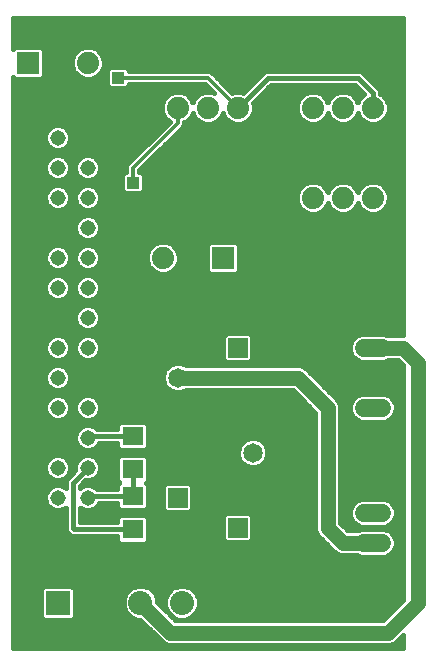
<source format=gbl>
G75*
%MOIN*%
%OFA0B0*%
%FSLAX24Y24*%
%IPPOS*%
%LPD*%
%AMOC8*
5,1,8,0,0,1.08239X$1,22.5*
%
%ADD10C,0.0650*%
%ADD11R,0.0650X0.0650*%
%ADD12C,0.0600*%
%ADD13R,0.0800X0.0800*%
%ADD14C,0.0800*%
%ADD15R,0.0740X0.0740*%
%ADD16C,0.0740*%
%ADD17C,0.0515*%
%ADD18R,0.0709X0.0630*%
%ADD19C,0.0160*%
%ADD20R,0.0396X0.0396*%
%ADD21C,0.0120*%
%ADD22C,0.0500*%
D10*
X006200Y006600D03*
X006200Y009600D03*
X008700Y007100D03*
X009200Y004600D03*
X009200Y010600D03*
D11*
X008200Y010600D03*
X008700Y008100D03*
X008200Y004600D03*
X006200Y005600D03*
X006200Y008600D03*
D12*
X012400Y008600D02*
X013000Y008600D01*
X013000Y009600D02*
X012400Y009600D01*
X012400Y010600D02*
X013000Y010600D01*
X013000Y006100D02*
X012400Y006100D01*
X012400Y005100D02*
X013000Y005100D01*
X013000Y004100D02*
X012400Y004100D01*
D13*
X002200Y002100D03*
D14*
X003578Y002100D03*
X004956Y002100D03*
X006334Y002100D03*
D15*
X007700Y013600D03*
X009700Y015600D03*
X009700Y018600D03*
X005200Y018600D03*
X001200Y020100D03*
D16*
X002200Y020100D03*
X003200Y020100D03*
X006200Y018600D03*
X007200Y018600D03*
X008200Y018600D03*
X010700Y018600D03*
X011700Y018600D03*
X012700Y018600D03*
X012700Y015600D03*
X011700Y015600D03*
X010700Y015600D03*
X006700Y013600D03*
X005700Y013600D03*
D17*
X003200Y013600D03*
X003200Y014600D03*
X003200Y015600D03*
X003200Y016600D03*
X003200Y017600D03*
X002200Y017600D03*
X002200Y016600D03*
X002200Y015600D03*
X002200Y014600D03*
X002200Y013600D03*
X002200Y012600D03*
X002200Y011600D03*
X002200Y010600D03*
X002200Y009600D03*
X002200Y008600D03*
X002200Y007600D03*
X002200Y006600D03*
X002200Y005600D03*
X003200Y005600D03*
X003200Y006600D03*
X003200Y007600D03*
X003200Y008600D03*
X003200Y009600D03*
X003200Y010600D03*
X003200Y011600D03*
X003200Y012600D03*
D18*
X004700Y007651D03*
X004700Y006549D03*
X004700Y005651D03*
X004700Y004549D03*
D19*
X000700Y000600D02*
X000700Y019634D01*
X000764Y019570D01*
X001636Y019570D01*
X001730Y019664D01*
X001730Y020536D01*
X001636Y020630D01*
X000764Y020630D01*
X000700Y020566D01*
X000700Y021600D01*
X013700Y021600D01*
X013700Y011010D01*
X013212Y011010D01*
X013091Y011060D01*
X012308Y011060D01*
X012139Y010990D01*
X012010Y010861D01*
X011940Y010691D01*
X011940Y010508D01*
X012010Y010339D01*
X012139Y010210D01*
X012308Y010140D01*
X013091Y010140D01*
X013212Y010190D01*
X013530Y010190D01*
X013700Y010020D01*
X013700Y002180D01*
X013030Y001510D01*
X006126Y001510D01*
X005516Y002120D01*
X005516Y002211D01*
X005431Y002417D01*
X005273Y002575D01*
X005067Y002660D01*
X004845Y002660D01*
X004639Y002575D01*
X004481Y002417D01*
X004396Y002211D01*
X004396Y001989D01*
X004481Y001783D01*
X004639Y001625D01*
X004845Y001540D01*
X004936Y001540D01*
X005724Y000752D01*
X005874Y000690D01*
X013282Y000690D01*
X013432Y000752D01*
X013548Y000868D01*
X013700Y001020D01*
X013700Y000600D01*
X000700Y000600D01*
X000700Y000734D02*
X005768Y000734D01*
X005584Y000893D02*
X000700Y000893D01*
X000700Y001051D02*
X005425Y001051D01*
X005267Y001210D02*
X000700Y001210D01*
X000700Y001368D02*
X005108Y001368D01*
X004950Y001527D02*
X000700Y001527D01*
X000700Y001685D02*
X001640Y001685D01*
X001640Y001634D02*
X001734Y001540D01*
X002666Y001540D01*
X002760Y001634D01*
X002760Y002566D01*
X002666Y002660D01*
X001734Y002660D01*
X001640Y002566D01*
X001640Y001634D01*
X001640Y001844D02*
X000700Y001844D01*
X000700Y002002D02*
X001640Y002002D01*
X001640Y002161D02*
X000700Y002161D01*
X000700Y002319D02*
X001640Y002319D01*
X001640Y002478D02*
X000700Y002478D01*
X000700Y002636D02*
X001710Y002636D01*
X002690Y002636D02*
X004787Y002636D01*
X004541Y002478D02*
X002760Y002478D01*
X002760Y002319D02*
X004440Y002319D01*
X004396Y002161D02*
X002760Y002161D01*
X002760Y002002D02*
X004396Y002002D01*
X004456Y001844D02*
X002760Y001844D01*
X002760Y001685D02*
X004579Y001685D01*
X005125Y002636D02*
X006165Y002636D01*
X006222Y002660D02*
X006017Y002575D01*
X005859Y002417D01*
X005774Y002211D01*
X005774Y001989D01*
X005859Y001783D01*
X006017Y001625D01*
X006222Y001540D01*
X006445Y001540D01*
X006651Y001625D01*
X006809Y001783D01*
X006894Y001989D01*
X006894Y002211D01*
X006809Y002417D01*
X006651Y002575D01*
X006445Y002660D01*
X006222Y002660D01*
X006503Y002636D02*
X013700Y002636D01*
X013700Y002478D02*
X006748Y002478D01*
X006849Y002319D02*
X013700Y002319D01*
X013681Y002161D02*
X006894Y002161D01*
X006894Y002002D02*
X013522Y002002D01*
X013364Y001844D02*
X006834Y001844D01*
X006711Y001685D02*
X013205Y001685D01*
X013047Y001527D02*
X006109Y001527D01*
X005957Y001685D02*
X005951Y001685D01*
X005834Y001844D02*
X005792Y001844D01*
X005774Y002002D02*
X005634Y002002D01*
X005516Y002161D02*
X005774Y002161D01*
X005818Y002319D02*
X005471Y002319D01*
X005370Y002478D02*
X005919Y002478D01*
X005121Y004074D02*
X005214Y004168D01*
X005214Y004930D01*
X005121Y005024D01*
X004279Y005024D01*
X004186Y004930D01*
X004186Y004789D01*
X002940Y004789D01*
X002940Y005270D01*
X002964Y005246D01*
X003117Y005183D01*
X003283Y005183D01*
X003436Y005246D01*
X003554Y005364D01*
X003574Y005411D01*
X004186Y005411D01*
X004186Y005270D01*
X004279Y005176D01*
X005121Y005176D01*
X005214Y005270D01*
X005214Y006032D01*
X005147Y006100D01*
X005214Y006168D01*
X005214Y006930D01*
X005121Y007024D01*
X004279Y007024D01*
X004186Y006930D01*
X004186Y006168D01*
X004253Y006100D01*
X004186Y006032D01*
X004186Y005891D01*
X003499Y005891D01*
X003436Y005954D01*
X003283Y006017D01*
X003117Y006017D01*
X002964Y005954D01*
X002940Y005930D01*
X002940Y006001D01*
X003122Y006183D01*
X003283Y006183D01*
X003436Y006246D01*
X003554Y006364D01*
X003617Y006517D01*
X003617Y006683D01*
X003554Y006836D01*
X003436Y006954D01*
X003283Y007017D01*
X003117Y007017D01*
X002964Y006954D01*
X002846Y006836D01*
X002783Y006683D01*
X002783Y006522D01*
X002497Y006236D01*
X002460Y006148D01*
X002460Y005930D01*
X002436Y005954D01*
X002283Y006017D01*
X002117Y006017D01*
X001964Y005954D01*
X001846Y005836D01*
X001783Y005683D01*
X001783Y005517D01*
X001846Y005364D01*
X001964Y005246D01*
X002117Y005183D01*
X002283Y005183D01*
X002436Y005246D01*
X002460Y005270D01*
X002460Y004552D01*
X002497Y004464D01*
X002564Y004397D01*
X002615Y004345D01*
X002703Y004309D01*
X004186Y004309D01*
X004186Y004168D01*
X004279Y004074D01*
X005121Y004074D01*
X005214Y004221D02*
X007715Y004221D01*
X007715Y004209D02*
X007809Y004115D01*
X008591Y004115D01*
X008685Y004209D01*
X008685Y004991D01*
X008591Y005085D01*
X007809Y005085D01*
X007715Y004991D01*
X007715Y004209D01*
X007715Y004380D02*
X005214Y004380D01*
X005214Y004538D02*
X007715Y004538D01*
X007715Y004697D02*
X005214Y004697D01*
X005214Y004855D02*
X007715Y004855D01*
X007737Y005014D02*
X005131Y005014D01*
X005214Y005331D02*
X005715Y005331D01*
X005715Y005209D02*
X005809Y005115D01*
X006591Y005115D01*
X006685Y005209D01*
X006685Y005991D01*
X006591Y006085D01*
X005809Y006085D01*
X005715Y005991D01*
X005715Y005209D01*
X005752Y005172D02*
X002940Y005172D01*
X002940Y005014D02*
X004269Y005014D01*
X004186Y004855D02*
X002940Y004855D01*
X002700Y004600D02*
X002751Y004549D01*
X004700Y004549D01*
X004186Y004221D02*
X000700Y004221D01*
X000700Y004063D02*
X011158Y004063D01*
X010999Y004221D02*
X008685Y004221D01*
X008685Y004380D02*
X010848Y004380D01*
X010852Y004368D02*
X011352Y003868D01*
X011468Y003752D01*
X011618Y003690D01*
X012188Y003690D01*
X012308Y003640D01*
X013091Y003640D01*
X013261Y003710D01*
X013390Y003839D01*
X013460Y004008D01*
X013460Y004191D01*
X013390Y004361D01*
X013261Y004490D01*
X013091Y004560D01*
X012308Y004560D01*
X012188Y004510D01*
X011870Y004510D01*
X011610Y004770D01*
X011610Y008682D01*
X011548Y008832D01*
X011432Y008948D01*
X010432Y009948D01*
X010282Y010010D01*
X006476Y010010D01*
X006475Y010011D01*
X006296Y010085D01*
X006104Y010085D01*
X005925Y010011D01*
X005789Y009875D01*
X005715Y009696D01*
X005715Y009504D01*
X005789Y009325D01*
X005925Y009189D01*
X006104Y009115D01*
X006296Y009115D01*
X006475Y009189D01*
X006476Y009190D01*
X010030Y009190D01*
X010790Y008430D01*
X010790Y004518D01*
X010852Y004368D01*
X010790Y004538D02*
X008685Y004538D01*
X008685Y004697D02*
X010790Y004697D01*
X010790Y004855D02*
X008685Y004855D01*
X008663Y005014D02*
X010790Y005014D01*
X010790Y005172D02*
X006648Y005172D01*
X006685Y005331D02*
X010790Y005331D01*
X010790Y005489D02*
X006685Y005489D01*
X006685Y005648D02*
X010790Y005648D01*
X010790Y005806D02*
X006685Y005806D01*
X006685Y005965D02*
X010790Y005965D01*
X010790Y006123D02*
X005170Y006123D01*
X005214Y005965D02*
X005715Y005965D01*
X005715Y005806D02*
X005214Y005806D01*
X005214Y005648D02*
X005715Y005648D01*
X005715Y005489D02*
X005214Y005489D01*
X004700Y005651D02*
X003200Y005651D01*
X003200Y005600D01*
X003411Y005965D02*
X004186Y005965D01*
X004230Y006123D02*
X003062Y006123D01*
X002989Y005965D02*
X002940Y005965D01*
X002700Y006100D02*
X003200Y006600D01*
X003472Y006282D02*
X004186Y006282D01*
X004186Y006440D02*
X003586Y006440D01*
X003617Y006599D02*
X004186Y006599D01*
X004186Y006757D02*
X003587Y006757D01*
X003475Y006916D02*
X004186Y006916D01*
X004279Y007176D02*
X004186Y007270D01*
X004186Y007411D01*
X003574Y007411D01*
X003554Y007364D01*
X003436Y007246D01*
X003283Y007183D01*
X003117Y007183D01*
X002964Y007246D01*
X002846Y007364D01*
X002783Y007517D01*
X002783Y007683D01*
X002846Y007836D01*
X002964Y007954D01*
X003117Y008017D01*
X003283Y008017D01*
X003436Y007954D01*
X003499Y007891D01*
X004186Y007891D01*
X004186Y008032D01*
X004279Y008126D01*
X005121Y008126D01*
X005214Y008032D01*
X005214Y007270D01*
X005121Y007176D01*
X004279Y007176D01*
X004223Y007233D02*
X003404Y007233D01*
X003565Y007391D02*
X004186Y007391D01*
X004700Y007651D02*
X003200Y007651D01*
X003200Y007600D01*
X002996Y007233D02*
X000700Y007233D01*
X000700Y007391D02*
X002835Y007391D01*
X002783Y007550D02*
X000700Y007550D01*
X000700Y007708D02*
X002793Y007708D01*
X002876Y007867D02*
X000700Y007867D01*
X000700Y008025D02*
X004186Y008025D01*
X003554Y008364D02*
X003617Y008517D01*
X003617Y008683D01*
X003554Y008836D01*
X003436Y008954D01*
X003283Y009017D01*
X003117Y009017D01*
X002964Y008954D01*
X002846Y008836D01*
X002783Y008683D01*
X002783Y008517D01*
X002846Y008364D01*
X002964Y008246D01*
X003117Y008183D01*
X003283Y008183D01*
X003436Y008246D01*
X003554Y008364D01*
X003532Y008342D02*
X010790Y008342D01*
X010790Y008184D02*
X003285Y008184D01*
X003115Y008184D02*
X002285Y008184D01*
X002283Y008183D02*
X002436Y008246D01*
X002554Y008364D01*
X002617Y008517D01*
X002617Y008683D01*
X002554Y008836D01*
X002436Y008954D01*
X002283Y009017D01*
X002117Y009017D01*
X001964Y008954D01*
X001846Y008836D01*
X001783Y008683D01*
X001783Y008517D01*
X001846Y008364D01*
X001964Y008246D01*
X002117Y008183D01*
X002283Y008183D01*
X002532Y008342D02*
X002868Y008342D01*
X002789Y008501D02*
X002611Y008501D01*
X002617Y008659D02*
X002783Y008659D01*
X002838Y008818D02*
X002562Y008818D01*
X002383Y008976D02*
X003017Y008976D01*
X002554Y009364D02*
X002617Y009517D01*
X002617Y009683D01*
X002554Y009836D01*
X002436Y009954D01*
X002283Y010017D01*
X002117Y010017D01*
X001964Y009954D01*
X001846Y009836D01*
X001783Y009683D01*
X001783Y009517D01*
X001846Y009364D01*
X001964Y009246D01*
X002117Y009183D01*
X002283Y009183D01*
X002436Y009246D01*
X002554Y009364D01*
X002590Y009452D02*
X005737Y009452D01*
X005715Y009610D02*
X002617Y009610D01*
X002582Y009769D02*
X005745Y009769D01*
X005841Y009927D02*
X002463Y009927D01*
X002283Y010183D02*
X002436Y010246D01*
X002554Y010364D01*
X002617Y010517D01*
X002617Y010683D01*
X002554Y010836D01*
X002436Y010954D01*
X002283Y011017D01*
X002117Y011017D01*
X001964Y010954D01*
X001846Y010836D01*
X001783Y010683D01*
X001783Y010517D01*
X001846Y010364D01*
X001964Y010246D01*
X002117Y010183D01*
X002283Y010183D01*
X002432Y010244D02*
X002968Y010244D01*
X002964Y010246D02*
X003117Y010183D01*
X003283Y010183D01*
X003436Y010246D01*
X003554Y010364D01*
X003617Y010517D01*
X003617Y010683D01*
X003554Y010836D01*
X003436Y010954D01*
X003283Y011017D01*
X003117Y011017D01*
X002964Y010954D01*
X002846Y010836D01*
X002783Y010683D01*
X002783Y010517D01*
X002846Y010364D01*
X002964Y010246D01*
X002830Y010403D02*
X002570Y010403D01*
X002617Y010561D02*
X002783Y010561D01*
X002798Y010720D02*
X002602Y010720D01*
X002512Y010878D02*
X002888Y010878D01*
X003087Y011195D02*
X000700Y011195D01*
X000700Y011037D02*
X007760Y011037D01*
X007715Y010991D02*
X007809Y011085D01*
X008591Y011085D01*
X008685Y010991D01*
X008685Y010209D01*
X008591Y010115D01*
X007809Y010115D01*
X007715Y010209D01*
X007715Y010991D01*
X007715Y010878D02*
X003512Y010878D01*
X003602Y010720D02*
X007715Y010720D01*
X007715Y010561D02*
X003617Y010561D01*
X003570Y010403D02*
X007715Y010403D01*
X007715Y010244D02*
X003432Y010244D01*
X003283Y011183D02*
X003117Y011183D01*
X002964Y011246D01*
X002846Y011364D01*
X002783Y011517D01*
X002783Y011683D01*
X002846Y011836D01*
X002964Y011954D01*
X003117Y012017D01*
X003283Y012017D01*
X003436Y011954D01*
X003554Y011836D01*
X003617Y011683D01*
X003617Y011517D01*
X003554Y011364D01*
X003436Y011246D01*
X003283Y011183D01*
X003313Y011195D02*
X013700Y011195D01*
X013700Y011037D02*
X013148Y011037D01*
X013700Y011354D02*
X003544Y011354D01*
X003615Y011512D02*
X013700Y011512D01*
X013700Y011671D02*
X003617Y011671D01*
X003557Y011829D02*
X013700Y011829D01*
X013700Y011988D02*
X003355Y011988D01*
X003283Y012183D02*
X003436Y012246D01*
X003554Y012364D01*
X003617Y012517D01*
X003617Y012683D01*
X003554Y012836D01*
X003436Y012954D01*
X003283Y013017D01*
X003117Y013017D01*
X002964Y012954D01*
X002846Y012836D01*
X002783Y012683D01*
X002783Y012517D01*
X002846Y012364D01*
X002964Y012246D01*
X003117Y012183D01*
X003283Y012183D01*
X003045Y011988D02*
X000700Y011988D01*
X000700Y012146D02*
X013700Y012146D01*
X013700Y012305D02*
X003495Y012305D01*
X003595Y012463D02*
X013700Y012463D01*
X013700Y012622D02*
X003617Y012622D01*
X003577Y012780D02*
X013700Y012780D01*
X013700Y012939D02*
X003452Y012939D01*
X003283Y013183D02*
X003436Y013246D01*
X003554Y013364D01*
X003617Y013517D01*
X003617Y013683D01*
X003554Y013836D01*
X003436Y013954D01*
X003283Y014017D01*
X003117Y014017D01*
X002964Y013954D01*
X002846Y013836D01*
X002783Y013683D01*
X002783Y013517D01*
X002846Y013364D01*
X002964Y013246D01*
X003117Y013183D01*
X003283Y013183D01*
X003446Y013256D02*
X005295Y013256D01*
X005251Y013300D02*
X005400Y013151D01*
X005595Y013070D01*
X005805Y013070D01*
X006000Y013151D01*
X006149Y013300D01*
X006230Y013495D01*
X006230Y013705D01*
X006149Y013900D01*
X006000Y014049D01*
X005805Y014130D01*
X005595Y014130D01*
X005400Y014049D01*
X005251Y013900D01*
X005170Y013705D01*
X005170Y013495D01*
X005251Y013300D01*
X005203Y013414D02*
X003575Y013414D01*
X003617Y013573D02*
X005170Y013573D01*
X005181Y013731D02*
X003598Y013731D01*
X003501Y013890D02*
X005246Y013890D01*
X005398Y014048D02*
X000700Y014048D01*
X000700Y013890D02*
X001899Y013890D01*
X001846Y013836D02*
X001783Y013683D01*
X001783Y013517D01*
X001846Y013364D01*
X001964Y013246D01*
X002117Y013183D01*
X002283Y013183D01*
X002436Y013246D01*
X002554Y013364D01*
X002617Y013517D01*
X002617Y013683D01*
X002554Y013836D01*
X002436Y013954D01*
X002283Y014017D01*
X002117Y014017D01*
X001964Y013954D01*
X001846Y013836D01*
X001802Y013731D02*
X000700Y013731D01*
X000700Y013573D02*
X001783Y013573D01*
X001825Y013414D02*
X000700Y013414D01*
X000700Y013256D02*
X001954Y013256D01*
X002117Y013017D02*
X001964Y012954D01*
X001846Y012836D01*
X001783Y012683D01*
X001783Y012517D01*
X001846Y012364D01*
X001964Y012246D01*
X002117Y012183D01*
X002283Y012183D01*
X002436Y012246D01*
X002554Y012364D01*
X002617Y012517D01*
X002617Y012683D01*
X002554Y012836D01*
X002436Y012954D01*
X002283Y013017D01*
X002117Y013017D01*
X001948Y012939D02*
X000700Y012939D01*
X000700Y013097D02*
X005529Y013097D01*
X005871Y013097D02*
X007237Y013097D01*
X007264Y013070D02*
X007170Y013164D01*
X007170Y014036D01*
X007264Y014130D01*
X008136Y014130D01*
X008230Y014036D01*
X008230Y013164D01*
X008136Y013070D01*
X007264Y013070D01*
X007170Y013256D02*
X006105Y013256D01*
X006197Y013414D02*
X007170Y013414D01*
X007170Y013573D02*
X006230Y013573D01*
X006219Y013731D02*
X007170Y013731D01*
X007170Y013890D02*
X006154Y013890D01*
X006002Y014048D02*
X007182Y014048D01*
X008163Y013097D02*
X013700Y013097D01*
X013700Y013256D02*
X008230Y013256D01*
X008230Y013414D02*
X013700Y013414D01*
X013700Y013573D02*
X008230Y013573D01*
X008230Y013731D02*
X013700Y013731D01*
X013700Y013890D02*
X008230Y013890D01*
X008218Y014048D02*
X013700Y014048D01*
X013700Y014207D02*
X003341Y014207D01*
X003283Y014183D02*
X003436Y014246D01*
X003554Y014364D01*
X003617Y014517D01*
X003617Y014683D01*
X003554Y014836D01*
X003436Y014954D01*
X003283Y015017D01*
X003117Y015017D01*
X002964Y014954D01*
X002846Y014836D01*
X002783Y014683D01*
X002783Y014517D01*
X002846Y014364D01*
X002964Y014246D01*
X003117Y014183D01*
X003283Y014183D01*
X003059Y014207D02*
X000700Y014207D01*
X000700Y014365D02*
X002845Y014365D01*
X002783Y014524D02*
X000700Y014524D01*
X000700Y014682D02*
X002783Y014682D01*
X002850Y014841D02*
X000700Y014841D01*
X000700Y014999D02*
X003072Y014999D01*
X003117Y015183D02*
X002964Y015246D01*
X002846Y015364D01*
X002783Y015517D01*
X002783Y015683D01*
X002846Y015836D01*
X002964Y015954D01*
X003117Y016017D01*
X003283Y016017D01*
X003436Y015954D01*
X003554Y015836D01*
X003617Y015683D01*
X003617Y015517D01*
X003554Y015364D01*
X003436Y015246D01*
X003283Y015183D01*
X003117Y015183D01*
X002894Y015316D02*
X002506Y015316D01*
X002554Y015364D02*
X002617Y015517D01*
X002617Y015683D01*
X002554Y015836D01*
X002436Y015954D01*
X002283Y016017D01*
X002117Y016017D01*
X001964Y015954D01*
X001846Y015836D01*
X001783Y015683D01*
X001783Y015517D01*
X001846Y015364D01*
X001964Y015246D01*
X002117Y015183D01*
X002283Y015183D01*
X002436Y015246D01*
X002554Y015364D01*
X002600Y015475D02*
X002800Y015475D01*
X002783Y015633D02*
X002617Y015633D01*
X002573Y015792D02*
X002827Y015792D01*
X002960Y015950D02*
X002440Y015950D01*
X002283Y016183D02*
X002436Y016246D01*
X002554Y016364D01*
X002617Y016517D01*
X002617Y016683D01*
X002554Y016836D01*
X002436Y016954D01*
X002283Y017017D01*
X002117Y017017D01*
X001964Y016954D01*
X001846Y016836D01*
X001783Y016683D01*
X001783Y016517D01*
X001846Y016364D01*
X001964Y016246D01*
X002117Y016183D01*
X002283Y016183D01*
X002457Y016267D02*
X002943Y016267D01*
X002964Y016246D02*
X003117Y016183D01*
X003283Y016183D01*
X003436Y016246D01*
X003554Y016364D01*
X003617Y016517D01*
X003617Y016683D01*
X003554Y016836D01*
X003436Y016954D01*
X003283Y017017D01*
X003117Y017017D01*
X002964Y016954D01*
X002846Y016836D01*
X002783Y016683D01*
X002783Y016517D01*
X002846Y016364D01*
X002964Y016246D01*
X002820Y016426D02*
X002580Y016426D01*
X002617Y016584D02*
X002783Y016584D01*
X002807Y016743D02*
X002593Y016743D01*
X002489Y016901D02*
X002911Y016901D01*
X002554Y017364D02*
X002617Y017517D01*
X002617Y017683D01*
X002554Y017836D01*
X002436Y017954D01*
X002283Y018017D01*
X002117Y018017D01*
X001964Y017954D01*
X001846Y017836D01*
X001783Y017683D01*
X001783Y017517D01*
X001846Y017364D01*
X001964Y017246D01*
X002117Y017183D01*
X002283Y017183D01*
X002436Y017246D01*
X002554Y017364D01*
X002559Y017377D02*
X005165Y017377D01*
X005324Y017535D02*
X002617Y017535D01*
X002613Y017694D02*
X005482Y017694D01*
X005641Y017852D02*
X002538Y017852D01*
X002300Y018011D02*
X005799Y018011D01*
X005900Y018151D02*
X005928Y018139D01*
X004480Y016691D01*
X004480Y016458D01*
X004436Y016458D01*
X004342Y016364D01*
X004342Y015836D01*
X004436Y015742D01*
X004964Y015742D01*
X005058Y015836D01*
X005058Y016364D01*
X004964Y016458D01*
X004920Y016458D01*
X004920Y016509D01*
X006291Y017880D01*
X006420Y018009D01*
X006420Y018117D01*
X006500Y018151D01*
X006649Y018300D01*
X006700Y018422D01*
X006751Y018300D01*
X006900Y018151D01*
X007095Y018070D01*
X007305Y018070D01*
X007500Y018151D01*
X007649Y018300D01*
X007700Y018422D01*
X007751Y018300D01*
X007900Y018151D01*
X008095Y018070D01*
X008305Y018070D01*
X008500Y018151D01*
X008649Y018300D01*
X008730Y018495D01*
X008730Y018705D01*
X008705Y018766D01*
X009299Y019360D01*
X012101Y019360D01*
X012408Y019053D01*
X012400Y019049D01*
X012251Y018900D01*
X012200Y018778D01*
X012149Y018900D01*
X012000Y019049D01*
X011805Y019130D01*
X011595Y019130D01*
X011400Y019049D01*
X011251Y018900D01*
X011200Y018778D01*
X011149Y018900D01*
X011000Y019049D01*
X010805Y019130D01*
X010595Y019130D01*
X010400Y019049D01*
X010251Y018900D01*
X010170Y018705D01*
X010170Y018495D01*
X010251Y018300D01*
X010400Y018151D01*
X010595Y018070D01*
X010805Y018070D01*
X011000Y018151D01*
X011149Y018300D01*
X011200Y018422D01*
X011251Y018300D01*
X011400Y018151D01*
X011595Y018070D01*
X011805Y018070D01*
X012000Y018151D01*
X012149Y018300D01*
X012200Y018422D01*
X012251Y018300D01*
X012400Y018151D01*
X012595Y018070D01*
X012805Y018070D01*
X013000Y018151D01*
X013149Y018300D01*
X013230Y018495D01*
X013230Y018705D01*
X013149Y018900D01*
X013000Y019049D01*
X012940Y019074D01*
X012940Y019148D01*
X012903Y019236D01*
X012403Y019736D01*
X012336Y019803D01*
X012248Y019840D01*
X009152Y019840D01*
X009064Y019803D01*
X008366Y019105D01*
X008305Y019130D01*
X008095Y019130D01*
X008014Y019097D01*
X007291Y019820D01*
X004558Y019820D01*
X004558Y019864D01*
X004464Y019958D01*
X003936Y019958D01*
X003842Y019864D01*
X003842Y019336D01*
X003936Y019242D01*
X004464Y019242D01*
X004558Y019336D01*
X004558Y019380D01*
X007109Y019380D01*
X007397Y019092D01*
X007305Y019130D01*
X007095Y019130D01*
X006900Y019049D01*
X006751Y018900D01*
X006700Y018778D01*
X006649Y018900D01*
X006500Y019049D01*
X006305Y019130D01*
X006095Y019130D01*
X005900Y019049D01*
X005751Y018900D01*
X005670Y018705D01*
X005670Y018495D01*
X005751Y018300D01*
X005900Y018151D01*
X005881Y018169D02*
X000700Y018169D01*
X000700Y018011D02*
X002100Y018011D01*
X001862Y017852D02*
X000700Y017852D01*
X000700Y017694D02*
X001787Y017694D01*
X001783Y017535D02*
X000700Y017535D01*
X000700Y017377D02*
X001841Y017377D01*
X002031Y017218D02*
X000700Y017218D01*
X000700Y017060D02*
X004848Y017060D01*
X004690Y016901D02*
X003489Y016901D01*
X003593Y016743D02*
X004531Y016743D01*
X004480Y016584D02*
X003617Y016584D01*
X003580Y016426D02*
X004403Y016426D01*
X004342Y016267D02*
X003457Y016267D01*
X003440Y015950D02*
X004342Y015950D01*
X004342Y016109D02*
X000700Y016109D01*
X000700Y016267D02*
X001943Y016267D01*
X001820Y016426D02*
X000700Y016426D01*
X000700Y016584D02*
X001783Y016584D01*
X001807Y016743D02*
X000700Y016743D01*
X000700Y016901D02*
X001911Y016901D01*
X002369Y017218D02*
X005007Y017218D01*
X005312Y016901D02*
X013700Y016901D01*
X013700Y016743D02*
X005154Y016743D01*
X004995Y016584D02*
X013700Y016584D01*
X013700Y016426D02*
X004997Y016426D01*
X005058Y016267D02*
X013700Y016267D01*
X013700Y016109D02*
X012857Y016109D01*
X012805Y016130D02*
X012595Y016130D01*
X012400Y016049D01*
X012251Y015900D01*
X012200Y015778D01*
X012149Y015900D01*
X012000Y016049D01*
X011805Y016130D01*
X011595Y016130D01*
X011400Y016049D01*
X011251Y015900D01*
X011200Y015778D01*
X011149Y015900D01*
X011000Y016049D01*
X010805Y016130D01*
X010595Y016130D01*
X010400Y016049D01*
X010251Y015900D01*
X010170Y015705D01*
X010170Y015495D01*
X010251Y015300D01*
X010400Y015151D01*
X010595Y015070D01*
X010805Y015070D01*
X011000Y015151D01*
X011149Y015300D01*
X011200Y015422D01*
X011251Y015300D01*
X011400Y015151D01*
X011595Y015070D01*
X011805Y015070D01*
X012000Y015151D01*
X012149Y015300D01*
X012200Y015422D01*
X012251Y015300D01*
X012400Y015151D01*
X012595Y015070D01*
X012805Y015070D01*
X013000Y015151D01*
X013149Y015300D01*
X013230Y015495D01*
X013230Y015705D01*
X013149Y015900D01*
X013000Y016049D01*
X012805Y016130D01*
X012543Y016109D02*
X011857Y016109D01*
X012100Y015950D02*
X012300Y015950D01*
X012206Y015792D02*
X012194Y015792D01*
X012156Y015316D02*
X012244Y015316D01*
X012393Y015158D02*
X012007Y015158D01*
X011393Y015158D02*
X011007Y015158D01*
X011156Y015316D02*
X011244Y015316D01*
X011206Y015792D02*
X011194Y015792D01*
X011100Y015950D02*
X011300Y015950D01*
X011543Y016109D02*
X010857Y016109D01*
X010543Y016109D02*
X005058Y016109D01*
X005058Y015950D02*
X010300Y015950D01*
X010206Y015792D02*
X005014Y015792D01*
X004386Y015792D02*
X003573Y015792D01*
X003617Y015633D02*
X010170Y015633D01*
X010178Y015475D02*
X003600Y015475D01*
X003506Y015316D02*
X010244Y015316D01*
X010393Y015158D02*
X000700Y015158D01*
X000700Y015316D02*
X001894Y015316D01*
X001800Y015475D02*
X000700Y015475D01*
X000700Y015633D02*
X001783Y015633D01*
X001827Y015792D02*
X000700Y015792D01*
X000700Y015950D02*
X001960Y015950D01*
X003328Y014999D02*
X013700Y014999D01*
X013700Y014841D02*
X003550Y014841D01*
X003617Y014682D02*
X013700Y014682D01*
X013700Y014524D02*
X003617Y014524D01*
X003555Y014365D02*
X013700Y014365D01*
X013700Y015158D02*
X013007Y015158D01*
X013156Y015316D02*
X013700Y015316D01*
X013700Y015475D02*
X013222Y015475D01*
X013230Y015633D02*
X013700Y015633D01*
X013700Y015792D02*
X013194Y015792D01*
X013100Y015950D02*
X013700Y015950D01*
X013700Y017060D02*
X005471Y017060D01*
X005629Y017218D02*
X013700Y017218D01*
X013700Y017377D02*
X005788Y017377D01*
X005946Y017535D02*
X013700Y017535D01*
X013700Y017694D02*
X006105Y017694D01*
X006263Y017852D02*
X013700Y017852D01*
X013700Y018011D02*
X006420Y018011D01*
X006519Y018169D02*
X006881Y018169D01*
X006739Y018328D02*
X006661Y018328D01*
X006690Y018803D02*
X006710Y018803D01*
X006812Y018962D02*
X006588Y018962D01*
X006329Y019120D02*
X007071Y019120D01*
X007210Y019279D02*
X004501Y019279D01*
X004510Y019913D02*
X013700Y019913D01*
X013700Y020071D02*
X003730Y020071D01*
X003730Y019995D02*
X003649Y019800D01*
X003500Y019651D01*
X003305Y019570D01*
X003095Y019570D01*
X002900Y019651D01*
X002751Y019800D01*
X002670Y019995D01*
X002670Y020205D01*
X002751Y020400D01*
X002900Y020549D01*
X003095Y020630D01*
X003305Y020630D01*
X003500Y020549D01*
X003649Y020400D01*
X003730Y020205D01*
X003730Y019995D01*
X003696Y019913D02*
X003890Y019913D01*
X003842Y019754D02*
X003604Y019754D01*
X003367Y019596D02*
X003842Y019596D01*
X003842Y019437D02*
X000700Y019437D01*
X000700Y019279D02*
X003899Y019279D01*
X003720Y020230D02*
X013700Y020230D01*
X013700Y020388D02*
X003654Y020388D01*
X003503Y020547D02*
X013700Y020547D01*
X013700Y020705D02*
X000700Y020705D01*
X000700Y020864D02*
X013700Y020864D01*
X013700Y021022D02*
X000700Y021022D01*
X000700Y021181D02*
X013700Y021181D01*
X013700Y021339D02*
X000700Y021339D01*
X000700Y021498D02*
X013700Y021498D01*
X013700Y019754D02*
X012385Y019754D01*
X012544Y019596D02*
X013700Y019596D01*
X013700Y019437D02*
X012702Y019437D01*
X012861Y019279D02*
X013700Y019279D01*
X013700Y019120D02*
X012940Y019120D01*
X013088Y018962D02*
X013700Y018962D01*
X013700Y018803D02*
X013190Y018803D01*
X013230Y018645D02*
X013700Y018645D01*
X013700Y018486D02*
X013226Y018486D01*
X013161Y018328D02*
X013700Y018328D01*
X013700Y018169D02*
X013019Y018169D01*
X012700Y018600D02*
X012700Y019100D01*
X012200Y019600D01*
X009200Y019600D01*
X008200Y018600D01*
X008519Y018169D02*
X010381Y018169D01*
X010239Y018328D02*
X008661Y018328D01*
X008726Y018486D02*
X010174Y018486D01*
X010170Y018645D02*
X008730Y018645D01*
X008742Y018803D02*
X010210Y018803D01*
X010312Y018962D02*
X008901Y018962D01*
X009059Y019120D02*
X010571Y019120D01*
X010829Y019120D02*
X011571Y019120D01*
X011829Y019120D02*
X012341Y019120D01*
X012312Y018962D02*
X012088Y018962D01*
X012190Y018803D02*
X012210Y018803D01*
X012182Y019279D02*
X009218Y019279D01*
X008856Y019596D02*
X007516Y019596D01*
X007357Y019754D02*
X009015Y019754D01*
X008698Y019437D02*
X007674Y019437D01*
X007833Y019279D02*
X008539Y019279D01*
X008381Y019120D02*
X008329Y019120D01*
X008071Y019120D02*
X007991Y019120D01*
X007369Y019120D02*
X007329Y019120D01*
X007661Y018328D02*
X007739Y018328D01*
X007881Y018169D02*
X007519Y018169D01*
X006071Y019120D02*
X000700Y019120D01*
X000700Y018962D02*
X005812Y018962D01*
X005710Y018803D02*
X000700Y018803D01*
X000700Y018645D02*
X005670Y018645D01*
X005674Y018486D02*
X000700Y018486D01*
X000700Y018328D02*
X005739Y018328D01*
X003033Y019596D02*
X001662Y019596D01*
X001730Y019754D02*
X002796Y019754D01*
X002704Y019913D02*
X001730Y019913D01*
X001730Y020071D02*
X002670Y020071D01*
X002680Y020230D02*
X001730Y020230D01*
X001730Y020388D02*
X002746Y020388D01*
X002897Y020547D02*
X001720Y020547D01*
X000738Y019596D02*
X000700Y019596D01*
X002501Y013890D02*
X002899Y013890D01*
X002802Y013731D02*
X002598Y013731D01*
X002617Y013573D02*
X002783Y013573D01*
X002825Y013414D02*
X002575Y013414D01*
X002446Y013256D02*
X002954Y013256D01*
X002948Y012939D02*
X002452Y012939D01*
X002577Y012780D02*
X002823Y012780D01*
X002783Y012622D02*
X002617Y012622D01*
X002595Y012463D02*
X002805Y012463D01*
X002905Y012305D02*
X002495Y012305D01*
X002843Y011829D02*
X000700Y011829D01*
X000700Y011671D02*
X002783Y011671D01*
X002785Y011512D02*
X000700Y011512D01*
X000700Y011354D02*
X002856Y011354D01*
X001888Y010878D02*
X000700Y010878D01*
X000700Y010720D02*
X001798Y010720D01*
X001783Y010561D02*
X000700Y010561D01*
X000700Y010403D02*
X001830Y010403D01*
X001968Y010244D02*
X000700Y010244D01*
X000700Y010086D02*
X013635Y010086D01*
X013700Y009927D02*
X010453Y009927D01*
X010611Y009769D02*
X013700Y009769D01*
X013700Y009610D02*
X010770Y009610D01*
X010928Y009452D02*
X013700Y009452D01*
X013700Y009293D02*
X011087Y009293D01*
X011245Y009135D02*
X013700Y009135D01*
X013700Y008976D02*
X013275Y008976D01*
X013261Y008990D02*
X013091Y009060D01*
X012308Y009060D01*
X012139Y008990D01*
X012010Y008861D01*
X011940Y008691D01*
X011940Y008508D01*
X012010Y008339D01*
X012139Y008210D01*
X012308Y008140D01*
X013091Y008140D01*
X013261Y008210D01*
X013390Y008339D01*
X013460Y008508D01*
X013460Y008691D01*
X013390Y008861D01*
X013261Y008990D01*
X013408Y008818D02*
X013700Y008818D01*
X013700Y008659D02*
X013460Y008659D01*
X013457Y008501D02*
X013700Y008501D01*
X013700Y008342D02*
X013391Y008342D01*
X013197Y008184D02*
X013700Y008184D01*
X013700Y008025D02*
X011610Y008025D01*
X011610Y007867D02*
X013700Y007867D01*
X013700Y007708D02*
X011610Y007708D01*
X011610Y007550D02*
X013700Y007550D01*
X013700Y007391D02*
X011610Y007391D01*
X011610Y007233D02*
X013700Y007233D01*
X013700Y007074D02*
X011610Y007074D01*
X011610Y006916D02*
X013700Y006916D01*
X013700Y006757D02*
X011610Y006757D01*
X011610Y006599D02*
X013700Y006599D01*
X013700Y006440D02*
X011610Y006440D01*
X011610Y006282D02*
X013700Y006282D01*
X013700Y006123D02*
X011610Y006123D01*
X011610Y005965D02*
X013700Y005965D01*
X013700Y005806D02*
X011610Y005806D01*
X011610Y005648D02*
X013700Y005648D01*
X013700Y005489D02*
X013262Y005489D01*
X013261Y005490D02*
X013091Y005560D01*
X012308Y005560D01*
X012139Y005490D01*
X012010Y005361D01*
X011940Y005191D01*
X011940Y005008D01*
X012010Y004839D01*
X012139Y004710D01*
X012308Y004640D01*
X013091Y004640D01*
X013261Y004710D01*
X013390Y004839D01*
X013460Y005008D01*
X013460Y005191D01*
X013390Y005361D01*
X013261Y005490D01*
X013402Y005331D02*
X013700Y005331D01*
X013700Y005172D02*
X013460Y005172D01*
X013460Y005014D02*
X013700Y005014D01*
X013700Y004855D02*
X013396Y004855D01*
X013228Y004697D02*
X013700Y004697D01*
X013700Y004538D02*
X013145Y004538D01*
X013371Y004380D02*
X013700Y004380D01*
X013700Y004221D02*
X013448Y004221D01*
X013460Y004063D02*
X013700Y004063D01*
X013700Y003904D02*
X013417Y003904D01*
X013296Y003746D02*
X013700Y003746D01*
X013700Y003587D02*
X000700Y003587D01*
X000700Y003429D02*
X013700Y003429D01*
X013700Y003270D02*
X000700Y003270D01*
X000700Y003112D02*
X013700Y003112D01*
X013700Y002953D02*
X000700Y002953D01*
X000700Y002795D02*
X013700Y002795D01*
X013700Y000893D02*
X013572Y000893D01*
X013548Y000868D02*
X013548Y000868D01*
X013700Y000734D02*
X013388Y000734D01*
X011484Y003746D02*
X000700Y003746D01*
X000700Y003904D02*
X011316Y003904D01*
X011842Y004538D02*
X012255Y004538D01*
X012172Y004697D02*
X011683Y004697D01*
X011610Y004855D02*
X012004Y004855D01*
X011940Y005014D02*
X011610Y005014D01*
X011610Y005172D02*
X011940Y005172D01*
X011998Y005331D02*
X011610Y005331D01*
X011610Y005489D02*
X012138Y005489D01*
X010790Y006282D02*
X005214Y006282D01*
X005214Y006440D02*
X010790Y006440D01*
X010790Y006599D02*
X005214Y006599D01*
X005214Y006757D02*
X008357Y006757D01*
X008425Y006689D02*
X008604Y006615D01*
X008796Y006615D01*
X008975Y006689D01*
X009111Y006825D01*
X009185Y007004D01*
X009185Y007196D01*
X009111Y007375D01*
X008975Y007511D01*
X008796Y007585D01*
X008604Y007585D01*
X008425Y007511D01*
X008289Y007375D01*
X008215Y007196D01*
X008215Y007004D01*
X008289Y006825D01*
X008425Y006689D01*
X008251Y006916D02*
X005214Y006916D01*
X005177Y007233D02*
X008230Y007233D01*
X008215Y007074D02*
X000700Y007074D01*
X000700Y006916D02*
X001925Y006916D01*
X001964Y006954D02*
X001846Y006836D01*
X001783Y006683D01*
X001783Y006517D01*
X001846Y006364D01*
X001964Y006246D01*
X002117Y006183D01*
X002283Y006183D01*
X002436Y006246D01*
X002554Y006364D01*
X002617Y006517D01*
X002617Y006683D01*
X002554Y006836D01*
X002436Y006954D01*
X002283Y007017D01*
X002117Y007017D01*
X001964Y006954D01*
X001813Y006757D02*
X000700Y006757D01*
X000700Y006599D02*
X001783Y006599D01*
X001814Y006440D02*
X000700Y006440D01*
X000700Y006282D02*
X001928Y006282D01*
X001989Y005965D02*
X000700Y005965D01*
X000700Y006123D02*
X002460Y006123D01*
X002460Y005965D02*
X002411Y005965D01*
X002700Y006100D02*
X002700Y004600D01*
X002466Y004538D02*
X000700Y004538D01*
X000700Y004380D02*
X002581Y004380D01*
X002460Y004697D02*
X000700Y004697D01*
X000700Y004855D02*
X002460Y004855D01*
X002460Y005014D02*
X000700Y005014D01*
X000700Y005172D02*
X002460Y005172D01*
X001879Y005331D02*
X000700Y005331D01*
X000700Y005489D02*
X001794Y005489D01*
X001783Y005648D02*
X000700Y005648D01*
X000700Y005806D02*
X001833Y005806D01*
X002472Y006282D02*
X002542Y006282D01*
X002586Y006440D02*
X002701Y006440D01*
X002783Y006599D02*
X002617Y006599D01*
X002587Y006757D02*
X002813Y006757D01*
X002925Y006916D02*
X002475Y006916D01*
X002115Y008184D02*
X000700Y008184D01*
X000700Y008342D02*
X001868Y008342D01*
X001789Y008501D02*
X000700Y008501D01*
X000700Y008659D02*
X001783Y008659D01*
X001838Y008818D02*
X000700Y008818D01*
X000700Y008976D02*
X002017Y008976D01*
X001917Y009293D02*
X000700Y009293D01*
X000700Y009135D02*
X006056Y009135D01*
X005821Y009293D02*
X002483Y009293D01*
X001937Y009927D02*
X000700Y009927D01*
X000700Y009769D02*
X001818Y009769D01*
X001783Y009610D02*
X000700Y009610D01*
X000700Y009452D02*
X001810Y009452D01*
X003383Y008976D02*
X010244Y008976D01*
X010086Y009135D02*
X006344Y009135D01*
X005214Y008025D02*
X010790Y008025D01*
X010790Y007867D02*
X005214Y007867D01*
X005214Y007708D02*
X010790Y007708D01*
X010790Y007550D02*
X008882Y007550D01*
X009095Y007391D02*
X010790Y007391D01*
X010790Y007233D02*
X009170Y007233D01*
X009185Y007074D02*
X010790Y007074D01*
X010790Y006916D02*
X009149Y006916D01*
X009043Y006757D02*
X010790Y006757D01*
X011610Y008184D02*
X012203Y008184D01*
X012009Y008342D02*
X011610Y008342D01*
X011610Y008501D02*
X011943Y008501D01*
X011940Y008659D02*
X011610Y008659D01*
X011554Y008818D02*
X011992Y008818D01*
X012125Y008976D02*
X011404Y008976D01*
X010720Y008501D02*
X003611Y008501D01*
X003617Y008659D02*
X010561Y008659D01*
X010403Y008818D02*
X003562Y008818D01*
X004700Y006549D02*
X004700Y005651D01*
X004186Y005331D02*
X003521Y005331D01*
X005214Y007391D02*
X008305Y007391D01*
X008518Y007550D02*
X005214Y007550D01*
X008640Y011037D02*
X012252Y011037D01*
X012027Y010878D02*
X008685Y010878D01*
X008685Y010720D02*
X011952Y010720D01*
X011940Y010561D02*
X008685Y010561D01*
X008685Y010403D02*
X011984Y010403D01*
X012105Y010244D02*
X008685Y010244D01*
X011019Y018169D02*
X011381Y018169D01*
X011239Y018328D02*
X011161Y018328D01*
X011190Y018803D02*
X011210Y018803D01*
X011312Y018962D02*
X011088Y018962D01*
X012019Y018169D02*
X012381Y018169D01*
X012239Y018328D02*
X012161Y018328D01*
X001823Y012780D02*
X000700Y012780D01*
X000700Y012622D02*
X001783Y012622D01*
X001805Y012463D02*
X000700Y012463D01*
X000700Y012305D02*
X001905Y012305D01*
D20*
X004700Y016100D03*
X004200Y019600D03*
D21*
X007200Y019600D01*
X008200Y018600D01*
X006200Y018600D02*
X006200Y018100D01*
X004700Y016600D01*
X004700Y016100D01*
D22*
X006200Y009600D02*
X010200Y009600D01*
X011200Y008600D01*
X011200Y004600D01*
X011700Y004100D01*
X012700Y004100D01*
X014200Y002100D02*
X013200Y001100D01*
X005956Y001100D01*
X004956Y002100D01*
X012700Y010600D02*
X013700Y010600D01*
X014200Y010100D01*
X014200Y002100D01*
M02*

</source>
